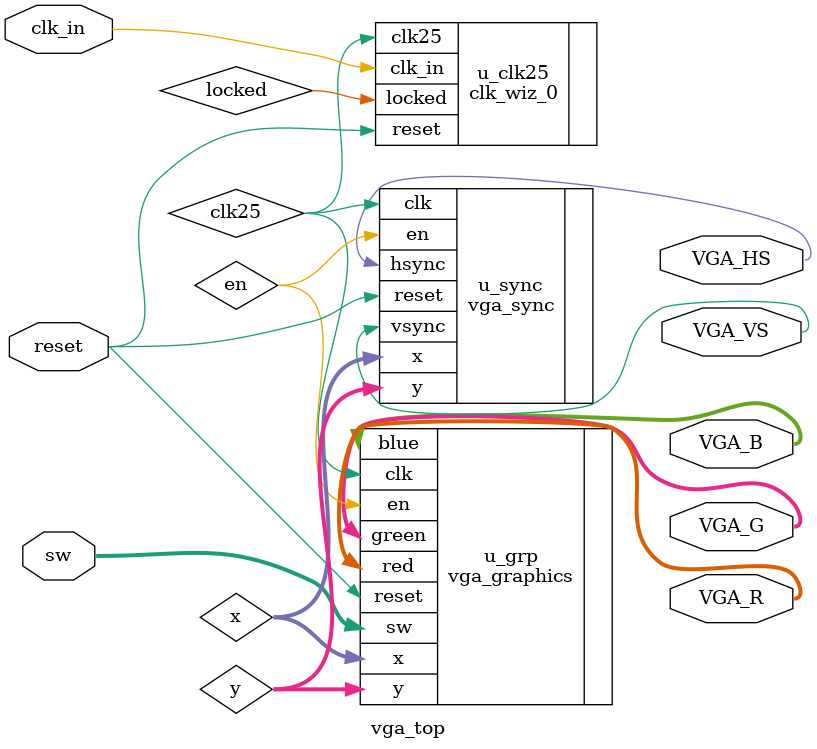
<source format=v>

module vga_top (
    input  wire       clk_in,
    input  wire       reset,
    input  wire [8:0] sw, // Use a 9-bit switch input for 9 cells
    output wire       VGA_HS,
    output wire       VGA_VS,
    output wire [3:0] VGA_R,
    output wire [3:0] VGA_G,
    output wire [3:0] VGA_B
);

    // 25MHz clock for VGA timing, generated by a simple counter
    wire clk25;
    wire locked;
    
    clk_wiz_0 u_clk25 (
        .clk_in    (clk_in),
        .reset  (reset),
        .clk25  (clk25),
        .locked (locked)
        
    );

    // VGA sync signals and coordinates
    wire [9:0] x;
    wire [9:0] y;
    wire       en;
    vga_sync u_sync (
        .clk      (clk25),
        .reset    (reset), // Use the main reset directly
        .x        (x),
        .y        (y),
        .hsync    (VGA_HS),
        .vsync    (VGA_VS),
        .en       (en)
    );

    // Graphics generator
    vga_graphics u_grp (
        .clk      (clk25),
        .reset    (reset), // Use the main reset directly
        .x        (x),
        .y        (y),
        .en       (en),
        .sw       (sw),
        .red      (VGA_R),
        .green    (VGA_G),
        .blue     (VGA_B)
    );

endmodule

</source>
